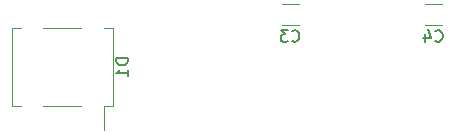
<source format=gbr>
%TF.GenerationSoftware,KiCad,Pcbnew,(5.1.10)-1*%
%TF.CreationDate,2022-11-10T21:57:10-03:00*%
%TF.ProjectId,potenciostato,706f7465-6e63-4696-9f73-7461746f2e6b,rev?*%
%TF.SameCoordinates,Original*%
%TF.FileFunction,Legend,Bot*%
%TF.FilePolarity,Positive*%
%FSLAX46Y46*%
G04 Gerber Fmt 4.6, Leading zero omitted, Abs format (unit mm)*
G04 Created by KiCad (PCBNEW (5.1.10)-1) date 2022-11-10 21:57:10*
%MOMM*%
%LPD*%
G01*
G04 APERTURE LIST*
%ADD10C,0.120000*%
%ADD11C,0.150000*%
G04 APERTURE END LIST*
D10*
%TO.C,D1*%
X147673000Y-68641500D02*
X147673000Y-62041500D01*
X144973000Y-62041500D02*
X141773000Y-62041500D01*
X144973000Y-68641500D02*
X141773000Y-68641500D01*
X139073000Y-62041500D02*
X139873000Y-62041500D01*
X139073000Y-68641500D02*
X139073000Y-62041500D01*
X139873000Y-68641500D02*
X139073000Y-68641500D01*
X147691000Y-68643500D02*
X146929000Y-68643500D01*
X146929000Y-68643500D02*
X146929000Y-70675500D01*
X146929000Y-70675500D02*
X146929000Y-70675500D01*
X146929000Y-62039500D02*
X147691000Y-62039500D01*
X147691000Y-62039500D02*
X147691000Y-62039500D01*
%TO.C,C4*%
X174065748Y-59986500D02*
X175488252Y-59986500D01*
X174065748Y-61806500D02*
X175488252Y-61806500D01*
%TO.C,C3*%
X161950748Y-59986500D02*
X163373252Y-59986500D01*
X161950748Y-61806500D02*
X163373252Y-61806500D01*
%TO.C,D1*%
D11*
X148925380Y-64603404D02*
X147925380Y-64603404D01*
X147925380Y-64841500D01*
X147973000Y-64984357D01*
X148068238Y-65079595D01*
X148163476Y-65127214D01*
X148353952Y-65174833D01*
X148496809Y-65174833D01*
X148687285Y-65127214D01*
X148782523Y-65079595D01*
X148877761Y-64984357D01*
X148925380Y-64841500D01*
X148925380Y-64603404D01*
X148925380Y-66127214D02*
X148925380Y-65555785D01*
X148925380Y-65841500D02*
X147925380Y-65841500D01*
X148068238Y-65746261D01*
X148163476Y-65651023D01*
X148211095Y-65555785D01*
%TO.C,C4*%
X174943666Y-63103642D02*
X174991285Y-63151261D01*
X175134142Y-63198880D01*
X175229380Y-63198880D01*
X175372238Y-63151261D01*
X175467476Y-63056023D01*
X175515095Y-62960785D01*
X175562714Y-62770309D01*
X175562714Y-62627452D01*
X175515095Y-62436976D01*
X175467476Y-62341738D01*
X175372238Y-62246500D01*
X175229380Y-62198880D01*
X175134142Y-62198880D01*
X174991285Y-62246500D01*
X174943666Y-62294119D01*
X174086523Y-62532214D02*
X174086523Y-63198880D01*
X174324619Y-62151261D02*
X174562714Y-62865547D01*
X173943666Y-62865547D01*
%TO.C,C3*%
X162828666Y-63103642D02*
X162876285Y-63151261D01*
X163019142Y-63198880D01*
X163114380Y-63198880D01*
X163257238Y-63151261D01*
X163352476Y-63056023D01*
X163400095Y-62960785D01*
X163447714Y-62770309D01*
X163447714Y-62627452D01*
X163400095Y-62436976D01*
X163352476Y-62341738D01*
X163257238Y-62246500D01*
X163114380Y-62198880D01*
X163019142Y-62198880D01*
X162876285Y-62246500D01*
X162828666Y-62294119D01*
X162495333Y-62198880D02*
X161876285Y-62198880D01*
X162209619Y-62579833D01*
X162066761Y-62579833D01*
X161971523Y-62627452D01*
X161923904Y-62675071D01*
X161876285Y-62770309D01*
X161876285Y-63008404D01*
X161923904Y-63103642D01*
X161971523Y-63151261D01*
X162066761Y-63198880D01*
X162352476Y-63198880D01*
X162447714Y-63151261D01*
X162495333Y-63103642D01*
%TD*%
M02*

</source>
